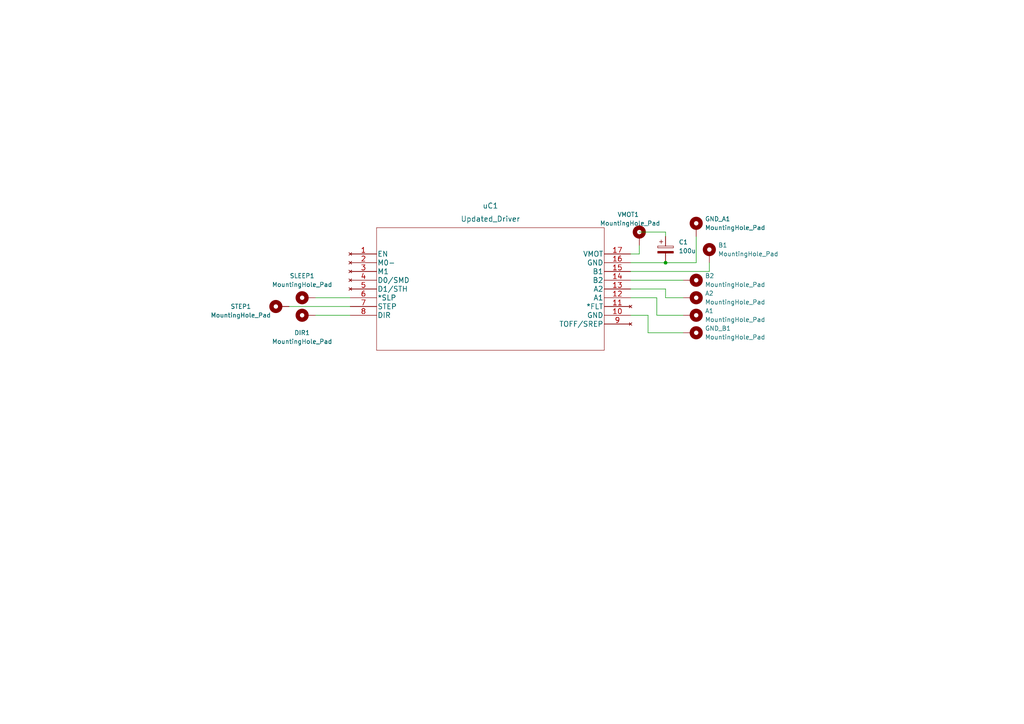
<source format=kicad_sch>
(kicad_sch (version 20211123) (generator eeschema)

  (uuid 7beda7ed-814b-4c40-9f4d-b1f130eea906)

  (paper "A4")

  (lib_symbols
    (symbol "Device:C_Polarized" (pin_numbers hide) (pin_names (offset 0.254)) (in_bom yes) (on_board yes)
      (property "Reference" "C" (id 0) (at 0.635 2.54 0)
        (effects (font (size 1.27 1.27)) (justify left))
      )
      (property "Value" "C_Polarized" (id 1) (at 0.635 -2.54 0)
        (effects (font (size 1.27 1.27)) (justify left))
      )
      (property "Footprint" "" (id 2) (at 0.9652 -3.81 0)
        (effects (font (size 1.27 1.27)) hide)
      )
      (property "Datasheet" "~" (id 3) (at 0 0 0)
        (effects (font (size 1.27 1.27)) hide)
      )
      (property "ki_keywords" "cap capacitor" (id 4) (at 0 0 0)
        (effects (font (size 1.27 1.27)) hide)
      )
      (property "ki_description" "Polarized capacitor" (id 5) (at 0 0 0)
        (effects (font (size 1.27 1.27)) hide)
      )
      (property "ki_fp_filters" "CP_*" (id 6) (at 0 0 0)
        (effects (font (size 1.27 1.27)) hide)
      )
      (symbol "C_Polarized_0_1"
        (rectangle (start -2.286 0.508) (end 2.286 1.016)
          (stroke (width 0) (type default) (color 0 0 0 0))
          (fill (type none))
        )
        (polyline
          (pts
            (xy -1.778 2.286)
            (xy -0.762 2.286)
          )
          (stroke (width 0) (type default) (color 0 0 0 0))
          (fill (type none))
        )
        (polyline
          (pts
            (xy -1.27 2.794)
            (xy -1.27 1.778)
          )
          (stroke (width 0) (type default) (color 0 0 0 0))
          (fill (type none))
        )
        (rectangle (start 2.286 -0.508) (end -2.286 -1.016)
          (stroke (width 0) (type default) (color 0 0 0 0))
          (fill (type outline))
        )
      )
      (symbol "C_Polarized_1_1"
        (pin passive line (at 0 3.81 270) (length 2.794)
          (name "~" (effects (font (size 1.27 1.27))))
          (number "1" (effects (font (size 1.27 1.27))))
        )
        (pin passive line (at 0 -3.81 90) (length 2.794)
          (name "~" (effects (font (size 1.27 1.27))))
          (number "2" (effects (font (size 1.27 1.27))))
        )
      )
    )
    (symbol "Mechanical:MountingHole_Pad" (pin_numbers hide) (pin_names (offset 1.016) hide) (in_bom yes) (on_board yes)
      (property "Reference" "H" (id 0) (at 0 6.35 0)
        (effects (font (size 1.27 1.27)))
      )
      (property "Value" "MountingHole_Pad" (id 1) (at 0 4.445 0)
        (effects (font (size 1.27 1.27)))
      )
      (property "Footprint" "" (id 2) (at 0 0 0)
        (effects (font (size 1.27 1.27)) hide)
      )
      (property "Datasheet" "~" (id 3) (at 0 0 0)
        (effects (font (size 1.27 1.27)) hide)
      )
      (property "ki_keywords" "mounting hole" (id 4) (at 0 0 0)
        (effects (font (size 1.27 1.27)) hide)
      )
      (property "ki_description" "Mounting Hole with connection" (id 5) (at 0 0 0)
        (effects (font (size 1.27 1.27)) hide)
      )
      (property "ki_fp_filters" "MountingHole*Pad*" (id 6) (at 0 0 0)
        (effects (font (size 1.27 1.27)) hide)
      )
      (symbol "MountingHole_Pad_0_1"
        (circle (center 0 1.27) (radius 1.27)
          (stroke (width 1.27) (type default) (color 0 0 0 0))
          (fill (type none))
        )
      )
      (symbol "MountingHole_Pad_1_1"
        (pin input line (at 0 -2.54 90) (length 2.54)
          (name "1" (effects (font (size 1.27 1.27))))
          (number "1" (effects (font (size 1.27 1.27))))
        )
      )
    )
    (symbol "Senior_Design_Schematic_Library:Updated_Driver" (pin_names (offset 0.254)) (in_bom yes) (on_board yes)
      (property "Reference" "uC" (id 0) (at 40.64 13.97 0)
        (effects (font (size 1.524 1.524)))
      )
      (property "Value" "Updated_Driver" (id 1) (at 40.64 10.16 0)
        (effects (font (size 1.524 1.524)))
      )
      (property "Footprint" "DRV8434A_PLU" (id 2) (at 40.64 8.636 0)
        (effects (font (size 1.524 1.524)) hide)
      )
      (property "Datasheet" "" (id 3) (at 0 0 0)
        (effects (font (size 1.524 1.524)))
      )
      (property "ki_locked" "" (id 4) (at 0 0 0)
        (effects (font (size 1.27 1.27)))
      )
      (property "ki_fp_filters" "DRV8434A_PLU" (id 5) (at 0 0 0)
        (effects (font (size 1.27 1.27)) hide)
      )
      (symbol "Updated_Driver_1_1"
        (polyline
          (pts
            (xy 7.62 -27.94)
            (xy 73.66 -27.94)
          )
          (stroke (width 0.127) (type default) (color 0 0 0 0))
          (fill (type none))
        )
        (polyline
          (pts
            (xy 7.62 7.62)
            (xy 7.62 -27.94)
          )
          (stroke (width 0.127) (type default) (color 0 0 0 0))
          (fill (type none))
        )
        (polyline
          (pts
            (xy 73.66 -27.94)
            (xy 73.66 7.62)
          )
          (stroke (width 0.127) (type default) (color 0 0 0 0))
          (fill (type none))
        )
        (polyline
          (pts
            (xy 73.66 7.62)
            (xy 7.62 7.62)
          )
          (stroke (width 0.127) (type default) (color 0 0 0 0))
          (fill (type none))
        )
        (pin no_connect line (at 0 0 0) (length 7.62)
          (name "EN" (effects (font (size 1.4986 1.4986))))
          (number "1" (effects (font (size 1.4986 1.4986))))
        )
        (pin passive line (at 81.28 -17.78 180) (length 7.62)
          (name "GND" (effects (font (size 1.4986 1.4986))))
          (number "10" (effects (font (size 1.4986 1.4986))))
        )
        (pin no_connect line (at 81.28 -15.24 180) (length 7.62)
          (name "*FLT" (effects (font (size 1.4986 1.4986))))
          (number "11" (effects (font (size 1.4986 1.4986))))
        )
        (pin passive line (at 81.28 -12.7 180) (length 7.62)
          (name "A1" (effects (font (size 1.4986 1.4986))))
          (number "12" (effects (font (size 1.4986 1.4986))))
        )
        (pin passive line (at 81.28 -10.16 180) (length 7.62)
          (name "A2" (effects (font (size 1.4986 1.4986))))
          (number "13" (effects (font (size 1.4986 1.4986))))
        )
        (pin passive line (at 81.28 -7.62 180) (length 7.62)
          (name "B2" (effects (font (size 1.4986 1.4986))))
          (number "14" (effects (font (size 1.4986 1.4986))))
        )
        (pin passive line (at 81.28 -5.08 180) (length 7.62)
          (name "B1" (effects (font (size 1.4986 1.4986))))
          (number "15" (effects (font (size 1.4986 1.4986))))
        )
        (pin power_out line (at 81.28 -2.54 180) (length 7.62)
          (name "GND" (effects (font (size 1.4986 1.4986))))
          (number "16" (effects (font (size 1.4986 1.4986))))
        )
        (pin passive line (at 81.28 0 180) (length 7.62)
          (name "VMOT" (effects (font (size 1.4986 1.4986))))
          (number "17" (effects (font (size 1.4986 1.4986))))
        )
        (pin no_connect line (at 0 -2.54 0) (length 7.62)
          (name "M0-" (effects (font (size 1.4986 1.4986))))
          (number "2" (effects (font (size 1.4986 1.4986))))
        )
        (pin no_connect line (at 0 -5.08 0) (length 7.62)
          (name "M1" (effects (font (size 1.4986 1.4986))))
          (number "3" (effects (font (size 1.4986 1.4986))))
        )
        (pin no_connect line (at 0 -7.62 0) (length 7.62)
          (name "D0/SMD" (effects (font (size 1.4986 1.4986))))
          (number "4" (effects (font (size 1.4986 1.4986))))
        )
        (pin no_connect line (at 0 -10.16 0) (length 7.62)
          (name "D1/STH" (effects (font (size 1.4986 1.4986))))
          (number "5" (effects (font (size 1.4986 1.4986))))
        )
        (pin passive line (at 0 -12.7 0) (length 7.62)
          (name "*SLP" (effects (font (size 1.4986 1.4986))))
          (number "6" (effects (font (size 1.4986 1.4986))))
        )
        (pin passive line (at 0 -15.24 0) (length 7.62)
          (name "STEP" (effects (font (size 1.4986 1.4986))))
          (number "7" (effects (font (size 1.4986 1.4986))))
        )
        (pin passive line (at 0 -17.78 0) (length 7.62)
          (name "DIR" (effects (font (size 1.4986 1.4986))))
          (number "8" (effects (font (size 1.4986 1.4986))))
        )
        (pin no_connect line (at 81.28 -20.32 180) (length 7.62)
          (name "TOFF/SREP" (effects (font (size 1.4986 1.4986))))
          (number "9" (effects (font (size 1.4986 1.4986))))
        )
      )
    )
  )


  (junction (at 193.04 76.2) (diameter 0) (color 0 0 0 0)
    (uuid 5c920164-1239-43e7-9103-f8d1b4bbb34f)
  )

  (wire (pts (xy 185.42 73.66) (xy 182.88 73.66))
    (stroke (width 0) (type default) (color 0 0 0 0))
    (uuid 0602b43d-afc4-41c8-bc43-227ca9b58d3b)
  )
  (wire (pts (xy 201.93 68.58) (xy 201.93 76.2))
    (stroke (width 0) (type default) (color 0 0 0 0))
    (uuid 07da2aca-993b-4533-9eaa-271497c12df1)
  )
  (wire (pts (xy 205.74 78.74) (xy 182.88 78.74))
    (stroke (width 0) (type default) (color 0 0 0 0))
    (uuid 0e2880b8-ae5e-4bad-9389-aaaa10d4a0e3)
  )
  (wire (pts (xy 187.96 96.52) (xy 198.12 96.52))
    (stroke (width 0) (type default) (color 0 0 0 0))
    (uuid 1ac741d5-bd3c-4919-8b09-d354061a1bfd)
  )
  (wire (pts (xy 190.5 86.36) (xy 190.5 91.44))
    (stroke (width 0) (type default) (color 0 0 0 0))
    (uuid 1f0257ff-3a74-4449-b8e9-a7a7da037e7a)
  )
  (wire (pts (xy 182.88 81.28) (xy 198.12 81.28))
    (stroke (width 0) (type default) (color 0 0 0 0))
    (uuid 21a2c2c1-12cb-4c27-82ec-74f31e75132c)
  )
  (wire (pts (xy 83.82 88.9) (xy 101.6 88.9))
    (stroke (width 0) (type default) (color 0 0 0 0))
    (uuid 3036b559-8571-4564-baf5-f64b04602b73)
  )
  (wire (pts (xy 201.93 76.2) (xy 193.04 76.2))
    (stroke (width 0) (type default) (color 0 0 0 0))
    (uuid 34fd2138-4b8b-4871-937a-d1b7350f2086)
  )
  (wire (pts (xy 198.12 86.36) (xy 193.04 86.36))
    (stroke (width 0) (type default) (color 0 0 0 0))
    (uuid 5ecb472c-fc0f-4bb9-be3f-1118f2dee2ac)
  )
  (wire (pts (xy 182.88 86.36) (xy 190.5 86.36))
    (stroke (width 0) (type default) (color 0 0 0 0))
    (uuid 694f677c-bc01-473b-aad3-b6ffe1144405)
  )
  (wire (pts (xy 91.44 91.44) (xy 101.6 91.44))
    (stroke (width 0) (type default) (color 0 0 0 0))
    (uuid 76879b12-2834-4edd-a01f-a265c44d0241)
  )
  (wire (pts (xy 182.88 91.44) (xy 187.96 91.44))
    (stroke (width 0) (type default) (color 0 0 0 0))
    (uuid 7b12b719-57d3-4ba4-a141-54cc959463cf)
  )
  (wire (pts (xy 190.5 91.44) (xy 198.12 91.44))
    (stroke (width 0) (type default) (color 0 0 0 0))
    (uuid 821d85a2-040f-416a-907a-e1b179a1f434)
  )
  (wire (pts (xy 205.74 76.2) (xy 205.74 78.74))
    (stroke (width 0) (type default) (color 0 0 0 0))
    (uuid 87cfabc0-34df-4505-9128-aa5d17d7a823)
  )
  (wire (pts (xy 185.42 67.31) (xy 193.04 67.31))
    (stroke (width 0) (type default) (color 0 0 0 0))
    (uuid 8923223f-c26a-45ef-acd7-a349fbf8256e)
  )
  (wire (pts (xy 193.04 67.31) (xy 193.04 68.58))
    (stroke (width 0) (type default) (color 0 0 0 0))
    (uuid 8c095bb8-7db4-4eb9-bcff-77fb1a70d02b)
  )
  (wire (pts (xy 185.42 71.12) (xy 185.42 73.66))
    (stroke (width 0) (type default) (color 0 0 0 0))
    (uuid 948a89f9-6eb6-4cc4-b62d-4fb9bf6b0492)
  )
  (wire (pts (xy 193.04 86.36) (xy 193.04 83.82))
    (stroke (width 0) (type default) (color 0 0 0 0))
    (uuid 9ecb09a1-97e9-4634-8b30-632c7f89915f)
  )
  (wire (pts (xy 91.44 86.36) (xy 101.6 86.36))
    (stroke (width 0) (type default) (color 0 0 0 0))
    (uuid b400cdb6-6903-4ab6-b809-5d057c1fdb85)
  )
  (wire (pts (xy 187.96 91.44) (xy 187.96 96.52))
    (stroke (width 0) (type default) (color 0 0 0 0))
    (uuid ba7b9be4-f10e-447c-91e4-ffafb2c13e60)
  )
  (wire (pts (xy 193.04 83.82) (xy 182.88 83.82))
    (stroke (width 0) (type default) (color 0 0 0 0))
    (uuid c7fc785a-f54f-4798-a0e3-c0370c08a216)
  )
  (wire (pts (xy 182.88 76.2) (xy 193.04 76.2))
    (stroke (width 0) (type default) (color 0 0 0 0))
    (uuid d3eae460-3868-4aea-a4ba-45668cd1fcaf)
  )

  (symbol (lib_id "Mechanical:MountingHole_Pad") (at 200.66 81.28 270) (unit 1)
    (in_bom yes) (on_board yes) (fields_autoplaced)
    (uuid 0713347b-ab20-484f-b32d-ea3eafda99d8)
    (property "Reference" "B2" (id 0) (at 204.47 80.0099 90)
      (effects (font (size 1.27 1.27)) (justify left))
    )
    (property "Value" "MountingHole_Pad" (id 1) (at 204.47 82.5499 90)
      (effects (font (size 1.27 1.27)) (justify left))
    )
    (property "Footprint" "" (id 2) (at 200.66 81.28 0)
      (effects (font (size 1.27 1.27)) hide)
    )
    (property "Datasheet" "~" (id 3) (at 200.66 81.28 0)
      (effects (font (size 1.27 1.27)) hide)
    )
    (pin "1" (uuid ea6733ea-993a-43ec-88ca-aee051eeb903))
  )

  (symbol (lib_id "Device:C_Polarized") (at 193.04 72.39 0) (unit 1)
    (in_bom yes) (on_board yes) (fields_autoplaced)
    (uuid 187b3d4f-1611-4e5d-b8c0-8530c952805c)
    (property "Reference" "C1" (id 0) (at 196.85 70.2309 0)
      (effects (font (size 1.27 1.27)) (justify left))
    )
    (property "Value" "100u" (id 1) (at 196.85 72.7709 0)
      (effects (font (size 1.27 1.27)) (justify left))
    )
    (property "Footprint" "" (id 2) (at 194.0052 76.2 0)
      (effects (font (size 1.27 1.27)) hide)
    )
    (property "Datasheet" "~" (id 3) (at 193.04 72.39 0)
      (effects (font (size 1.27 1.27)) hide)
    )
    (pin "1" (uuid be70e4c3-d54e-43cf-a6cb-98ef6991e69d))
    (pin "2" (uuid 30876d4f-e958-484c-b309-27f538e8ffcc))
  )

  (symbol (lib_id "Mechanical:MountingHole_Pad") (at 88.9 86.36 90) (unit 1)
    (in_bom yes) (on_board yes)
    (uuid 3d60d63c-360e-4dbd-8ba2-f0b236483b76)
    (property "Reference" "SLEEP1" (id 0) (at 87.63 80.01 90))
    (property "Value" "MountingHole_Pad" (id 1) (at 87.63 82.55 90))
    (property "Footprint" "" (id 2) (at 88.9 86.36 0)
      (effects (font (size 1.27 1.27)) hide)
    )
    (property "Datasheet" "~" (id 3) (at 88.9 86.36 0)
      (effects (font (size 1.27 1.27)) hide)
    )
    (pin "1" (uuid f8c48408-57f4-487f-ab68-995dfa9da4be))
  )

  (symbol (lib_id "Mechanical:MountingHole_Pad") (at 200.66 91.44 270) (unit 1)
    (in_bom yes) (on_board yes) (fields_autoplaced)
    (uuid 420aa2c6-115e-4c86-b533-cab2317a4596)
    (property "Reference" "A1" (id 0) (at 204.47 90.1699 90)
      (effects (font (size 1.27 1.27)) (justify left))
    )
    (property "Value" "MountingHole_Pad" (id 1) (at 204.47 92.7099 90)
      (effects (font (size 1.27 1.27)) (justify left))
    )
    (property "Footprint" "" (id 2) (at 200.66 91.44 0)
      (effects (font (size 1.27 1.27)) hide)
    )
    (property "Datasheet" "~" (id 3) (at 200.66 91.44 0)
      (effects (font (size 1.27 1.27)) hide)
    )
    (pin "1" (uuid 85518334-0f83-4f51-b3cb-d18be71c7528))
  )

  (symbol (lib_id "Mechanical:MountingHole_Pad") (at 185.42 68.58 0) (unit 1)
    (in_bom yes) (on_board yes)
    (uuid 53eb3c95-266a-4ba1-ba81-84eae0f136ad)
    (property "Reference" "VMOT1" (id 0) (at 179.07 62.23 0)
      (effects (font (size 1.27 1.27)) (justify left))
    )
    (property "Value" "MountingHole_Pad" (id 1) (at 173.99 64.77 0)
      (effects (font (size 1.27 1.27)) (justify left))
    )
    (property "Footprint" "" (id 2) (at 185.42 68.58 0)
      (effects (font (size 1.27 1.27)) hide)
    )
    (property "Datasheet" "~" (id 3) (at 185.42 68.58 0)
      (effects (font (size 1.27 1.27)) hide)
    )
    (pin "1" (uuid 96a36c84-0668-4e05-bead-479ac3c5cf40))
  )

  (symbol (lib_id "Mechanical:MountingHole_Pad") (at 201.93 66.04 0) (unit 1)
    (in_bom yes) (on_board yes) (fields_autoplaced)
    (uuid 96fb98c7-9aa9-4c47-9e46-dfaac5e31b7f)
    (property "Reference" "GND_A1" (id 0) (at 204.47 63.4999 0)
      (effects (font (size 1.27 1.27)) (justify left))
    )
    (property "Value" "MountingHole_Pad" (id 1) (at 204.47 66.0399 0)
      (effects (font (size 1.27 1.27)) (justify left))
    )
    (property "Footprint" "" (id 2) (at 201.93 66.04 0)
      (effects (font (size 1.27 1.27)) hide)
    )
    (property "Datasheet" "~" (id 3) (at 201.93 66.04 0)
      (effects (font (size 1.27 1.27)) hide)
    )
    (pin "1" (uuid 0c62ba98-3f55-4091-bafa-2b9929d64de9))
  )

  (symbol (lib_id "Mechanical:MountingHole_Pad") (at 81.28 88.9 90) (unit 1)
    (in_bom yes) (on_board yes)
    (uuid abadeddc-b33a-48fd-839a-3ab82f8a0c81)
    (property "Reference" "STEP1" (id 0) (at 69.85 88.9 90))
    (property "Value" "MountingHole_Pad" (id 1) (at 69.85 91.44 90))
    (property "Footprint" "" (id 2) (at 81.28 88.9 0)
      (effects (font (size 1.27 1.27)) hide)
    )
    (property "Datasheet" "~" (id 3) (at 81.28 88.9 0)
      (effects (font (size 1.27 1.27)) hide)
    )
    (pin "1" (uuid 808de6a5-d9b7-492e-aa3c-19d91cc7352d))
  )

  (symbol (lib_id "Mechanical:MountingHole_Pad") (at 200.66 86.36 270) (unit 1)
    (in_bom yes) (on_board yes) (fields_autoplaced)
    (uuid b01ce53f-62e6-4cf2-9bb8-697b6fe7f25e)
    (property "Reference" "A2" (id 0) (at 204.47 85.0899 90)
      (effects (font (size 1.27 1.27)) (justify left))
    )
    (property "Value" "MountingHole_Pad" (id 1) (at 204.47 87.6299 90)
      (effects (font (size 1.27 1.27)) (justify left))
    )
    (property "Footprint" "" (id 2) (at 200.66 86.36 0)
      (effects (font (size 1.27 1.27)) hide)
    )
    (property "Datasheet" "~" (id 3) (at 200.66 86.36 0)
      (effects (font (size 1.27 1.27)) hide)
    )
    (pin "1" (uuid a5d1db54-0a50-492d-9be5-9efec9ebcafe))
  )

  (symbol (lib_id "Mechanical:MountingHole_Pad") (at 200.66 96.52 270) (unit 1)
    (in_bom yes) (on_board yes) (fields_autoplaced)
    (uuid b2b99e0e-7982-494e-9127-7f7fade40641)
    (property "Reference" "GND_B1" (id 0) (at 204.47 95.2499 90)
      (effects (font (size 1.27 1.27)) (justify left))
    )
    (property "Value" "MountingHole_Pad" (id 1) (at 204.47 97.7899 90)
      (effects (font (size 1.27 1.27)) (justify left))
    )
    (property "Footprint" "" (id 2) (at 200.66 96.52 0)
      (effects (font (size 1.27 1.27)) hide)
    )
    (property "Datasheet" "~" (id 3) (at 200.66 96.52 0)
      (effects (font (size 1.27 1.27)) hide)
    )
    (pin "1" (uuid 3510bf1b-bc75-4deb-99f8-a288331da0f2))
  )

  (symbol (lib_id "Mechanical:MountingHole_Pad") (at 88.9 91.44 90) (unit 1)
    (in_bom yes) (on_board yes)
    (uuid c7fbe0a6-20a2-4cb0-9b93-9057d970b84c)
    (property "Reference" "DIR1" (id 0) (at 87.63 96.52 90))
    (property "Value" "MountingHole_Pad" (id 1) (at 87.63 99.06 90))
    (property "Footprint" "" (id 2) (at 88.9 91.44 0)
      (effects (font (size 1.27 1.27)) hide)
    )
    (property "Datasheet" "~" (id 3) (at 88.9 91.44 0)
      (effects (font (size 1.27 1.27)) hide)
    )
    (pin "1" (uuid 018f9338-78c4-44bf-813d-47f9eaa8b75f))
  )

  (symbol (lib_id "Mechanical:MountingHole_Pad") (at 205.74 73.66 0) (unit 1)
    (in_bom yes) (on_board yes) (fields_autoplaced)
    (uuid c8061b8a-dd22-4ec4-9990-d49dc3f086d9)
    (property "Reference" "B1" (id 0) (at 208.28 71.1199 0)
      (effects (font (size 1.27 1.27)) (justify left))
    )
    (property "Value" "MountingHole_Pad" (id 1) (at 208.28 73.6599 0)
      (effects (font (size 1.27 1.27)) (justify left))
    )
    (property "Footprint" "" (id 2) (at 205.74 73.66 0)
      (effects (font (size 1.27 1.27)) hide)
    )
    (property "Datasheet" "~" (id 3) (at 205.74 73.66 0)
      (effects (font (size 1.27 1.27)) hide)
    )
    (pin "1" (uuid 38c8e4e6-33c3-4e7e-b4c0-02cb60b0d7ff))
  )

  (symbol (lib_id "Senior_Design_Schematic_Library:Updated_Driver") (at 101.6 73.66 0) (unit 1)
    (in_bom yes) (on_board yes) (fields_autoplaced)
    (uuid de097899-a456-4735-90d9-d997c986b6b0)
    (property "Reference" "uC1" (id 0) (at 142.24 59.69 0)
      (effects (font (size 1.524 1.524)))
    )
    (property "Value" "Updated_Driver" (id 1) (at 142.24 63.5 0)
      (effects (font (size 1.524 1.524)))
    )
    (property "Footprint" "Senior_Design:DRV8434A STEPPER MOTOR DRIVER CARRIER" (id 2) (at 142.24 65.024 0)
      (effects (font (size 1.524 1.524)) hide)
    )
    (property "Datasheet" "" (id 3) (at 101.6 73.66 0)
      (effects (font (size 1.524 1.524)))
    )
    (pin "1" (uuid ee82d2e0-62cc-4f01-8263-a2511481018c))
    (pin "10" (uuid 935daa10-6905-4397-b95c-4e5ad2f28ebd))
    (pin "11" (uuid 2ad16aaf-31f3-4301-8bdc-fdd14c6ec23f))
    (pin "12" (uuid 8fe9f92b-31e3-4931-aaf7-1382907cb1c7))
    (pin "13" (uuid a8c02628-f989-4208-8cc3-caf989372b60))
    (pin "14" (uuid 523d40d9-3883-491b-9e86-2de7efe7bee8))
    (pin "15" (uuid e2178728-11ff-4554-8503-62357bc82972))
    (pin "16" (uuid 7d7eac2a-72d1-49db-9d35-060a53d7af83))
    (pin "17" (uuid f6866dba-e766-44ee-a6dd-90a3820d96d7))
    (pin "2" (uuid c958ade2-d44e-4d2b-ac65-864c2871c988))
    (pin "3" (uuid 3b9e54c3-71a7-49fb-b2e0-788db29ad109))
    (pin "4" (uuid e8e5ff0a-fa86-4fa4-8452-85e9db9e09a9))
    (pin "5" (uuid d08a363e-5b7d-4cab-ac4f-57306f2b293d))
    (pin "6" (uuid 8fdbb4a6-d9e9-48cc-b4af-12af1d7aed55))
    (pin "7" (uuid 7cdec4a8-7476-48c6-a776-8a9369d42adb))
    (pin "8" (uuid cfaf3522-1d70-416c-a516-f58b5cc24210))
    (pin "9" (uuid 0474994d-5e1b-4ec7-ab22-e0504b2d9ac2))
  )

  (sheet_instances
    (path "/" (page "1"))
  )

  (symbol_instances
    (path "/420aa2c6-115e-4c86-b533-cab2317a4596"
      (reference "A1") (unit 1) (value "MountingHole_Pad") (footprint "")
    )
    (path "/b01ce53f-62e6-4cf2-9bb8-697b6fe7f25e"
      (reference "A2") (unit 1) (value "MountingHole_Pad") (footprint "")
    )
    (path "/c8061b8a-dd22-4ec4-9990-d49dc3f086d9"
      (reference "B1") (unit 1) (value "MountingHole_Pad") (footprint "")
    )
    (path "/0713347b-ab20-484f-b32d-ea3eafda99d8"
      (reference "B2") (unit 1) (value "MountingHole_Pad") (footprint "")
    )
    (path "/187b3d4f-1611-4e5d-b8c0-8530c952805c"
      (reference "C1") (unit 1) (value "100u") (footprint "")
    )
    (path "/c7fbe0a6-20a2-4cb0-9b93-9057d970b84c"
      (reference "DIR1") (unit 1) (value "MountingHole_Pad") (footprint "")
    )
    (path "/96fb98c7-9aa9-4c47-9e46-dfaac5e31b7f"
      (reference "GND_A1") (unit 1) (value "MountingHole_Pad") (footprint "")
    )
    (path "/b2b99e0e-7982-494e-9127-7f7fade40641"
      (reference "GND_B1") (unit 1) (value "MountingHole_Pad") (footprint "")
    )
    (path "/3d60d63c-360e-4dbd-8ba2-f0b236483b76"
      (reference "SLEEP1") (unit 1) (value "MountingHole_Pad") (footprint "")
    )
    (path "/abadeddc-b33a-48fd-839a-3ab82f8a0c81"
      (reference "STEP1") (unit 1) (value "MountingHole_Pad") (footprint "")
    )
    (path "/53eb3c95-266a-4ba1-ba81-84eae0f136ad"
      (reference "VMOT1") (unit 1) (value "MountingHole_Pad") (footprint "")
    )
    (path "/de097899-a456-4735-90d9-d997c986b6b0"
      (reference "uC1") (unit 1) (value "Updated_Driver") (footprint "Senior_Design:DRV8434A STEPPER MOTOR DRIVER CARRIER")
    )
  )
)

</source>
